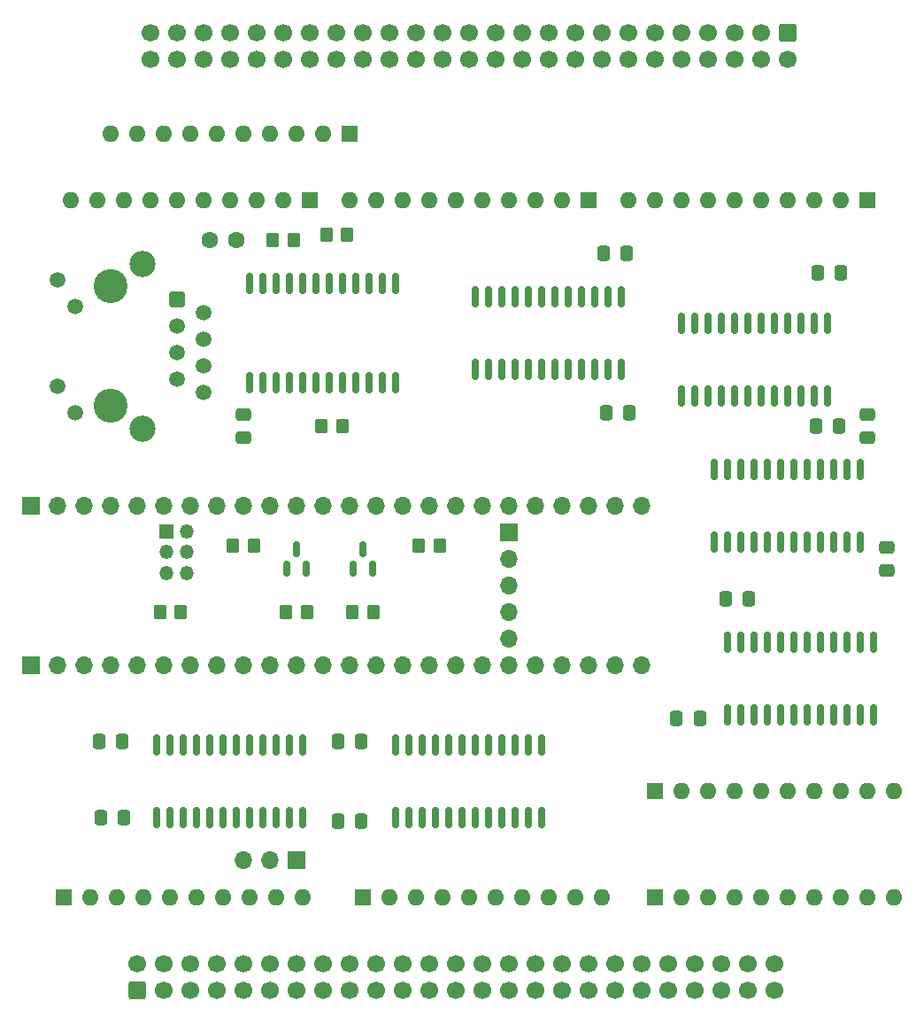
<source format=gbr>
%TF.GenerationSoftware,KiCad,Pcbnew,(6.0.4)*%
%TF.CreationDate,2022-05-21T22:33:24-04:00*%
%TF.ProjectId,pertec_arduino_adapter,70657274-6563-45f6-9172-6475696e6f5f,A*%
%TF.SameCoordinates,Original*%
%TF.FileFunction,Soldermask,Bot*%
%TF.FilePolarity,Negative*%
%FSLAX46Y46*%
G04 Gerber Fmt 4.6, Leading zero omitted, Abs format (unit mm)*
G04 Created by KiCad (PCBNEW (6.0.4)) date 2022-05-21 22:33:24*
%MOMM*%
%LPD*%
G01*
G04 APERTURE LIST*
G04 Aperture macros list*
%AMRoundRect*
0 Rectangle with rounded corners*
0 $1 Rounding radius*
0 $2 $3 $4 $5 $6 $7 $8 $9 X,Y pos of 4 corners*
0 Add a 4 corners polygon primitive as box body*
4,1,4,$2,$3,$4,$5,$6,$7,$8,$9,$2,$3,0*
0 Add four circle primitives for the rounded corners*
1,1,$1+$1,$2,$3*
1,1,$1+$1,$4,$5*
1,1,$1+$1,$6,$7*
1,1,$1+$1,$8,$9*
0 Add four rect primitives between the rounded corners*
20,1,$1+$1,$2,$3,$4,$5,0*
20,1,$1+$1,$4,$5,$6,$7,0*
20,1,$1+$1,$6,$7,$8,$9,0*
20,1,$1+$1,$8,$9,$2,$3,0*%
G04 Aperture macros list end*
%ADD10C,3.250000*%
%ADD11RoundRect,0.250500X-0.499500X0.499500X-0.499500X-0.499500X0.499500X-0.499500X0.499500X0.499500X0*%
%ADD12C,1.500000*%
%ADD13C,2.500000*%
%ADD14R,1.700000X1.700000*%
%ADD15O,1.700000X1.700000*%
%ADD16RoundRect,0.250000X0.600000X-0.600000X0.600000X0.600000X-0.600000X0.600000X-0.600000X-0.600000X0*%
%ADD17C,1.700000*%
%ADD18R,1.350000X1.350000*%
%ADD19O,1.350000X1.350000*%
%ADD20R,1.600000X1.600000*%
%ADD21O,1.600000X1.600000*%
%ADD22C,1.600000*%
%ADD23RoundRect,0.250000X-0.600000X0.600000X-0.600000X-0.600000X0.600000X-0.600000X0.600000X0.600000X0*%
%ADD24RoundRect,0.250000X0.350000X0.450000X-0.350000X0.450000X-0.350000X-0.450000X0.350000X-0.450000X0*%
%ADD25RoundRect,0.250000X0.337500X0.475000X-0.337500X0.475000X-0.337500X-0.475000X0.337500X-0.475000X0*%
%ADD26RoundRect,0.150000X-0.150000X0.875000X-0.150000X-0.875000X0.150000X-0.875000X0.150000X0.875000X0*%
%ADD27RoundRect,0.250000X-0.350000X-0.450000X0.350000X-0.450000X0.350000X0.450000X-0.350000X0.450000X0*%
%ADD28RoundRect,0.150000X-0.150000X0.837500X-0.150000X-0.837500X0.150000X-0.837500X0.150000X0.837500X0*%
%ADD29RoundRect,0.250000X-0.337500X-0.475000X0.337500X-0.475000X0.337500X0.475000X-0.337500X0.475000X0*%
%ADD30RoundRect,0.150000X0.150000X-0.587500X0.150000X0.587500X-0.150000X0.587500X-0.150000X-0.587500X0*%
%ADD31RoundRect,0.150000X0.150000X-0.837500X0.150000X0.837500X-0.150000X0.837500X-0.150000X-0.837500X0*%
%ADD32RoundRect,0.250000X0.475000X-0.337500X0.475000X0.337500X-0.475000X0.337500X-0.475000X-0.337500X0*%
%ADD33RoundRect,0.250000X-0.475000X0.337500X-0.475000X-0.337500X0.475000X-0.337500X0.475000X0.337500X0*%
G04 APERTURE END LIST*
D10*
%TO.C,J7*%
X97790000Y-78105000D03*
X97790000Y-66675000D03*
D11*
X104140000Y-67945000D03*
D12*
X106680000Y-69215000D03*
X104140000Y-70485000D03*
X106680000Y-71755000D03*
X104140000Y-73025000D03*
X106680000Y-74295000D03*
X104140000Y-75565000D03*
X106680000Y-76835000D03*
X92710000Y-66065000D03*
X94410000Y-68605000D03*
X92710000Y-76175000D03*
X94410000Y-78715000D03*
D13*
X100840000Y-80265000D03*
X100840000Y-64515000D03*
%TD*%
D14*
%TO.C,J4*%
X90170000Y-87630000D03*
D15*
X92710000Y-87630000D03*
X95250000Y-87630000D03*
X97790000Y-87630000D03*
X100330000Y-87630000D03*
X102870000Y-87630000D03*
X105410000Y-87630000D03*
X107950000Y-87630000D03*
X110490000Y-87630000D03*
X113030000Y-87630000D03*
X115570000Y-87630000D03*
X118110000Y-87630000D03*
X120650000Y-87630000D03*
X123190000Y-87630000D03*
X125730000Y-87630000D03*
X128270000Y-87630000D03*
X130810000Y-87630000D03*
X133350000Y-87630000D03*
X135890000Y-87630000D03*
X138430000Y-87630000D03*
X140970000Y-87630000D03*
X143510000Y-87630000D03*
X146050000Y-87630000D03*
X148590000Y-87630000D03*
%TD*%
D14*
%TO.C,JP1*%
X115570000Y-121545766D03*
D15*
X113030000Y-121545766D03*
X110490000Y-121545766D03*
%TD*%
D16*
%TO.C,J1*%
X100325000Y-133985000D03*
D17*
X100325000Y-131445000D03*
X102865000Y-133985000D03*
X102865000Y-131445000D03*
X105405000Y-133985000D03*
X105405000Y-131445000D03*
X107945000Y-133985000D03*
X107945000Y-131445000D03*
X110485000Y-133985000D03*
X110485000Y-131445000D03*
X113025000Y-133985000D03*
X113025000Y-131445000D03*
X115565000Y-133985000D03*
X115565000Y-131445000D03*
X118105000Y-133985000D03*
X118105000Y-131445000D03*
X120645000Y-133985000D03*
X120645000Y-131445000D03*
X123185000Y-133985000D03*
X123185000Y-131445000D03*
X125725000Y-133985000D03*
X125725000Y-131445000D03*
X128265000Y-133985000D03*
X128265000Y-131445000D03*
X130805000Y-133985000D03*
X130805000Y-131445000D03*
X133345000Y-133985000D03*
X133345000Y-131445000D03*
X135885000Y-133985000D03*
X135885000Y-131445000D03*
X138425000Y-133985000D03*
X138425000Y-131445000D03*
X140965000Y-133985000D03*
X140965000Y-131445000D03*
X143505000Y-133985000D03*
X143505000Y-131445000D03*
X146045000Y-133985000D03*
X146045000Y-131445000D03*
X148585000Y-133985000D03*
X148585000Y-131445000D03*
X151125000Y-133985000D03*
X151125000Y-131445000D03*
X153665000Y-133985000D03*
X153665000Y-131445000D03*
X156205000Y-133985000D03*
X156205000Y-131445000D03*
X158745000Y-133985000D03*
X158745000Y-131445000D03*
X161285000Y-133985000D03*
X161285000Y-131445000D03*
%TD*%
D18*
%TO.C,J3*%
X103108000Y-90080000D03*
D19*
X105108000Y-90080000D03*
X103108000Y-92080000D03*
X105108000Y-92080000D03*
X103108000Y-94080000D03*
X105108000Y-94080000D03*
%TD*%
D20*
%TO.C,RN5*%
X93345000Y-125095000D03*
D21*
X95885000Y-125095000D03*
X98425000Y-125095000D03*
X100965000Y-125095000D03*
X103505000Y-125095000D03*
X106045000Y-125095000D03*
X108585000Y-125095000D03*
X111125000Y-125095000D03*
X113665000Y-125095000D03*
X116205000Y-125095000D03*
%TD*%
D14*
%TO.C,J5*%
X90180000Y-102845000D03*
D15*
X92720000Y-102845000D03*
X95260000Y-102845000D03*
X97800000Y-102845000D03*
X100340000Y-102845000D03*
X102880000Y-102845000D03*
X105420000Y-102845000D03*
X107960000Y-102845000D03*
X110500000Y-102845000D03*
X113040000Y-102845000D03*
X115580000Y-102845000D03*
X118120000Y-102845000D03*
X120660000Y-102845000D03*
X123200000Y-102845000D03*
X125740000Y-102845000D03*
X128280000Y-102845000D03*
X130820000Y-102845000D03*
X133360000Y-102845000D03*
X135900000Y-102845000D03*
X138440000Y-102845000D03*
X140980000Y-102845000D03*
X143520000Y-102845000D03*
X146060000Y-102845000D03*
X148600000Y-102845000D03*
%TD*%
D20*
%TO.C,RN8*%
X120650000Y-52070000D03*
D21*
X118110000Y-52070000D03*
X115570000Y-52070000D03*
X113030000Y-52070000D03*
X110490000Y-52070000D03*
X107950000Y-52070000D03*
X105410000Y-52070000D03*
X102870000Y-52070000D03*
X100330000Y-52070000D03*
X97790000Y-52070000D03*
%TD*%
D20*
%TO.C,RN1*%
X170175000Y-58420000D03*
D21*
X167635000Y-58420000D03*
X165095000Y-58420000D03*
X162555000Y-58420000D03*
X160015000Y-58420000D03*
X157475000Y-58420000D03*
X154935000Y-58420000D03*
X152395000Y-58420000D03*
X149855000Y-58420000D03*
X147315000Y-58420000D03*
%TD*%
D20*
%TO.C,RN4*%
X149860000Y-114935000D03*
D21*
X152400000Y-114935000D03*
X154940000Y-114935000D03*
X157480000Y-114935000D03*
X160020000Y-114935000D03*
X162560000Y-114935000D03*
X165100000Y-114935000D03*
X167640000Y-114935000D03*
X170180000Y-114935000D03*
X172720000Y-114935000D03*
%TD*%
D20*
%TO.C,RN7*%
X149860000Y-125095000D03*
D21*
X152400000Y-125095000D03*
X154940000Y-125095000D03*
X157480000Y-125095000D03*
X160020000Y-125095000D03*
X162560000Y-125095000D03*
X165100000Y-125095000D03*
X167640000Y-125095000D03*
X170180000Y-125095000D03*
X172720000Y-125095000D03*
%TD*%
D22*
%TO.C,C1*%
X109855000Y-62230000D03*
X107315000Y-62230000D03*
%TD*%
D20*
%TO.C,RN2*%
X143505000Y-58420000D03*
D21*
X140965000Y-58420000D03*
X138425000Y-58420000D03*
X135885000Y-58420000D03*
X133345000Y-58420000D03*
X130805000Y-58420000D03*
X128265000Y-58420000D03*
X125725000Y-58420000D03*
X123185000Y-58420000D03*
X120645000Y-58420000D03*
%TD*%
D20*
%TO.C,RN3*%
X116840000Y-58420000D03*
D21*
X114300000Y-58420000D03*
X111760000Y-58420000D03*
X109220000Y-58420000D03*
X106680000Y-58420000D03*
X104140000Y-58420000D03*
X101600000Y-58420000D03*
X99060000Y-58420000D03*
X96520000Y-58420000D03*
X93980000Y-58420000D03*
%TD*%
D14*
%TO.C,J6*%
X135915000Y-90200000D03*
D15*
X135915000Y-92740000D03*
X135915000Y-95280000D03*
X135915000Y-97820000D03*
X135915000Y-100360000D03*
%TD*%
D20*
%TO.C,RN6*%
X121920000Y-125095000D03*
D21*
X124460000Y-125095000D03*
X127000000Y-125095000D03*
X129540000Y-125095000D03*
X132080000Y-125095000D03*
X134620000Y-125095000D03*
X137160000Y-125095000D03*
X139700000Y-125095000D03*
X142240000Y-125095000D03*
X144780000Y-125095000D03*
%TD*%
D23*
%TO.C,J2*%
X162565000Y-42427500D03*
D17*
X162565000Y-44967500D03*
X160025000Y-42427500D03*
X160025000Y-44967500D03*
X157485000Y-42427500D03*
X157485000Y-44967500D03*
X154945000Y-42427500D03*
X154945000Y-44967500D03*
X152405000Y-42427500D03*
X152405000Y-44967500D03*
X149865000Y-42427500D03*
X149865000Y-44967500D03*
X147325000Y-42427500D03*
X147325000Y-44967500D03*
X144785000Y-42427500D03*
X144785000Y-44967500D03*
X142245000Y-42427500D03*
X142245000Y-44967500D03*
X139705000Y-42427500D03*
X139705000Y-44967500D03*
X137165000Y-42427500D03*
X137165000Y-44967500D03*
X134625000Y-42427500D03*
X134625000Y-44967500D03*
X132085000Y-42427500D03*
X132085000Y-44967500D03*
X129545000Y-42427500D03*
X129545000Y-44967500D03*
X127005000Y-42427500D03*
X127005000Y-44967500D03*
X124465000Y-42427500D03*
X124465000Y-44967500D03*
X121925000Y-42427500D03*
X121925000Y-44967500D03*
X119385000Y-42427500D03*
X119385000Y-44967500D03*
X116845000Y-42427500D03*
X116845000Y-44967500D03*
X114305000Y-42427500D03*
X114305000Y-44967500D03*
X111765000Y-42427500D03*
X111765000Y-44967500D03*
X109225000Y-42427500D03*
X109225000Y-44967500D03*
X106685000Y-42427500D03*
X106685000Y-44967500D03*
X104145000Y-42427500D03*
X104145000Y-44967500D03*
X101605000Y-42427500D03*
X101605000Y-44967500D03*
%TD*%
D24*
%TO.C,R5*%
X120444412Y-61699670D03*
X118444412Y-61699670D03*
%TD*%
%TO.C,R2*%
X122920000Y-97790000D03*
X120920000Y-97790000D03*
%TD*%
D25*
%TO.C,C7*%
X121761250Y-110172500D03*
X119538750Y-110172500D03*
%TD*%
%TO.C,C10*%
X99060000Y-117475000D03*
X96837500Y-117475000D03*
%TD*%
D26*
%TO.C,U7*%
X111125000Y-66357500D03*
X112395000Y-66357500D03*
X113665000Y-66357500D03*
X114935000Y-66357500D03*
X116205000Y-66357500D03*
X117475000Y-66357500D03*
X118745000Y-66357500D03*
X120015000Y-66357500D03*
X121285000Y-66357500D03*
X122555000Y-66357500D03*
X123825000Y-66357500D03*
X125095000Y-66357500D03*
X125095000Y-75882500D03*
X123825000Y-75882500D03*
X122555000Y-75882500D03*
X121285000Y-75882500D03*
X120015000Y-75882500D03*
X118745000Y-75882500D03*
X117475000Y-75882500D03*
X116205000Y-75882500D03*
X114935000Y-75882500D03*
X113665000Y-75882500D03*
X112395000Y-75882500D03*
X111125000Y-75882500D03*
%TD*%
D25*
%TO.C,C5*%
X147393750Y-78740000D03*
X145171250Y-78740000D03*
%TD*%
D27*
%TO.C,R8*%
X117982252Y-79982087D03*
X119982252Y-79982087D03*
%TD*%
D25*
%TO.C,C3*%
X98901250Y-110172500D03*
X96678750Y-110172500D03*
%TD*%
D28*
%TO.C,U4*%
X125095000Y-110490000D03*
X126365000Y-110490000D03*
X127635000Y-110490000D03*
X128905000Y-110490000D03*
X130175000Y-110490000D03*
X131445000Y-110490000D03*
X132715000Y-110490000D03*
X133985000Y-110490000D03*
X135255000Y-110490000D03*
X136525000Y-110490000D03*
X137795000Y-110490000D03*
X139065000Y-110490000D03*
X139065000Y-117475000D03*
X137795000Y-117475000D03*
X136525000Y-117475000D03*
X135255000Y-117475000D03*
X133985000Y-117475000D03*
X132715000Y-117475000D03*
X131445000Y-117475000D03*
X130175000Y-117475000D03*
X128905000Y-117475000D03*
X127635000Y-117475000D03*
X126365000Y-117475000D03*
X125095000Y-117475000D03*
%TD*%
D29*
%TO.C,C14*%
X165417500Y-65405000D03*
X167640000Y-65405000D03*
%TD*%
D24*
%TO.C,R1*%
X116570000Y-97790000D03*
X114570000Y-97790000D03*
%TD*%
D30*
%TO.C,Q1*%
X116522500Y-93662500D03*
X114617500Y-93662500D03*
X115570000Y-91757500D03*
%TD*%
D31*
%TO.C,U2*%
X146685000Y-74612500D03*
X145415000Y-74612500D03*
X144145000Y-74612500D03*
X142875000Y-74612500D03*
X141605000Y-74612500D03*
X140335000Y-74612500D03*
X139065000Y-74612500D03*
X137795000Y-74612500D03*
X136525000Y-74612500D03*
X135255000Y-74612500D03*
X133985000Y-74612500D03*
X132715000Y-74612500D03*
X132715000Y-67627500D03*
X133985000Y-67627500D03*
X135255000Y-67627500D03*
X136525000Y-67627500D03*
X137795000Y-67627500D03*
X139065000Y-67627500D03*
X140335000Y-67627500D03*
X141605000Y-67627500D03*
X142875000Y-67627500D03*
X144145000Y-67627500D03*
X145415000Y-67627500D03*
X146685000Y-67627500D03*
%TD*%
D25*
%TO.C,C8*%
X121761250Y-117792500D03*
X119538750Y-117792500D03*
%TD*%
D24*
%TO.C,R4*%
X129270000Y-91440000D03*
X127270000Y-91440000D03*
%TD*%
D27*
%TO.C,R7*%
X102505000Y-97790000D03*
X104505000Y-97790000D03*
%TD*%
D29*
%TO.C,C11*%
X156601250Y-96520000D03*
X158823750Y-96520000D03*
%TD*%
D31*
%TO.C,U5*%
X169545000Y-91122500D03*
X168275000Y-91122500D03*
X167005000Y-91122500D03*
X165735000Y-91122500D03*
X164465000Y-91122500D03*
X163195000Y-91122500D03*
X161925000Y-91122500D03*
X160655000Y-91122500D03*
X159385000Y-91122500D03*
X158115000Y-91122500D03*
X156845000Y-91122500D03*
X155575000Y-91122500D03*
X155575000Y-84137500D03*
X156845000Y-84137500D03*
X158115000Y-84137500D03*
X159385000Y-84137500D03*
X160655000Y-84137500D03*
X161925000Y-84137500D03*
X163195000Y-84137500D03*
X164465000Y-84137500D03*
X165735000Y-84137500D03*
X167005000Y-84137500D03*
X168275000Y-84137500D03*
X169545000Y-84137500D03*
%TD*%
D30*
%TO.C,Q2*%
X122872500Y-93662500D03*
X120967500Y-93662500D03*
X121920000Y-91757500D03*
%TD*%
D31*
%TO.C,U1*%
X166370000Y-77152500D03*
X165100000Y-77152500D03*
X163830000Y-77152500D03*
X162560000Y-77152500D03*
X161290000Y-77152500D03*
X160020000Y-77152500D03*
X158750000Y-77152500D03*
X157480000Y-77152500D03*
X156210000Y-77152500D03*
X154940000Y-77152500D03*
X153670000Y-77152500D03*
X152400000Y-77152500D03*
X152400000Y-70167500D03*
X153670000Y-70167500D03*
X154940000Y-70167500D03*
X156210000Y-70167500D03*
X157480000Y-70167500D03*
X158750000Y-70167500D03*
X160020000Y-70167500D03*
X161290000Y-70167500D03*
X162560000Y-70167500D03*
X163830000Y-70167500D03*
X165100000Y-70167500D03*
X166370000Y-70167500D03*
%TD*%
D28*
%TO.C,U6*%
X102235000Y-110490000D03*
X103505000Y-110490000D03*
X104775000Y-110490000D03*
X106045000Y-110490000D03*
X107315000Y-110490000D03*
X108585000Y-110490000D03*
X109855000Y-110490000D03*
X111125000Y-110490000D03*
X112395000Y-110490000D03*
X113665000Y-110490000D03*
X114935000Y-110490000D03*
X116205000Y-110490000D03*
X116205000Y-117475000D03*
X114935000Y-117475000D03*
X113665000Y-117475000D03*
X112395000Y-117475000D03*
X111125000Y-117475000D03*
X109855000Y-117475000D03*
X108585000Y-117475000D03*
X107315000Y-117475000D03*
X106045000Y-117475000D03*
X104775000Y-117475000D03*
X103505000Y-117475000D03*
X102235000Y-117475000D03*
%TD*%
D29*
%TO.C,C9*%
X165258750Y-80010000D03*
X167481250Y-80010000D03*
%TD*%
D27*
%TO.C,R3*%
X109490000Y-91440000D03*
X111490000Y-91440000D03*
%TD*%
%TO.C,R6*%
X113300000Y-62230000D03*
X115300000Y-62230000D03*
%TD*%
D32*
%TO.C,C13*%
X172085000Y-93821250D03*
X172085000Y-91598750D03*
%TD*%
D25*
%TO.C,C4*%
X147161250Y-63500000D03*
X144938750Y-63500000D03*
%TD*%
D28*
%TO.C,U3*%
X156845000Y-100647500D03*
X158115000Y-100647500D03*
X159385000Y-100647500D03*
X160655000Y-100647500D03*
X161925000Y-100647500D03*
X163195000Y-100647500D03*
X164465000Y-100647500D03*
X165735000Y-100647500D03*
X167005000Y-100647500D03*
X168275000Y-100647500D03*
X169545000Y-100647500D03*
X170815000Y-100647500D03*
X170815000Y-107632500D03*
X169545000Y-107632500D03*
X168275000Y-107632500D03*
X167005000Y-107632500D03*
X165735000Y-107632500D03*
X164465000Y-107632500D03*
X163195000Y-107632500D03*
X161925000Y-107632500D03*
X160655000Y-107632500D03*
X159385000Y-107632500D03*
X158115000Y-107632500D03*
X156845000Y-107632500D03*
%TD*%
D25*
%TO.C,C6*%
X154146250Y-107950000D03*
X151923750Y-107950000D03*
%TD*%
D33*
%TO.C,C2*%
X110490000Y-78898750D03*
X110490000Y-81121250D03*
%TD*%
D32*
%TO.C,C12*%
X170180000Y-81121250D03*
X170180000Y-78898750D03*
%TD*%
M02*

</source>
